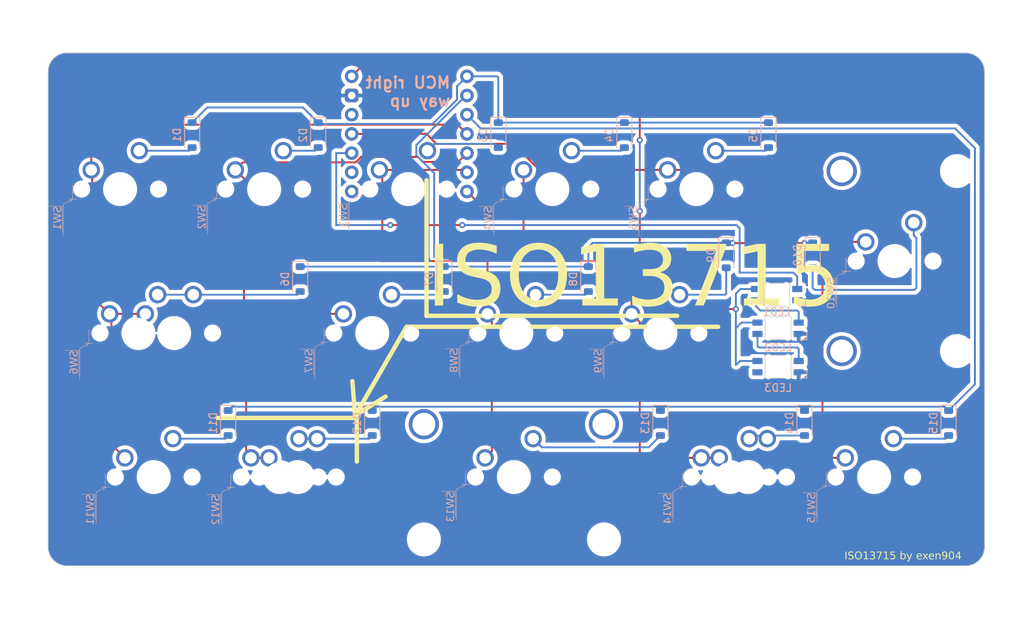
<source format=kicad_pcb>
(kicad_pcb (version 20221018) (generator pcbnew)
  (layers (0 "F.Cu" signal) (31 "B.Cu" signal) (34 "B.Paste" user) (35 "F.Paste" user) (36 "B.SilkS" user "B.Silkscreen") (37 "F.SilkS" user "F.Silkscreen") (38 "B.Mask" user) (39 "F.Mask" user) (44 "Edge.Cuts" user))
  (net 0 "")
  (net 1 "Row0")
  (net 2 "Net-(D1-A)")
  (net 3 "Net-(D2-A)")
  (net 4 "Net-(D3-A)")
  (net 5 "Net-(D4-A)")
  (net 6 "Net-(D5-A)")
  (net 7 "Row1")
  (net 8 "Net-(D6-A)")
  (net 9 "Net-(D7-A)")
  (net 10 "Net-(D8-A)")
  (net 11 "Net-(D9-A)")
  (net 12 "Net-(D10-A)")
  (net 13 "Row2")
  (net 14 "Net-(D11-A)")
  (net 15 "Net-(D12-A)")
  (net 16 "Net-(D13-A)")
  (net 17 "Net-(D14-A)")
  (net 18 "Net-(D15-A)")
  (net 19 "VCC_5V")
  (net 20 "D_Out")
  (net 21 "D_in")
  (net 22 "GND")
  (net 23 "Col0")
  (net 24 "Col1")
  (net 25 "Col2")
  (net 26 "Col3")
  (net 27 "Col4")
  (net 31 "LED2_out")
  (footprint "PCM_marbastlib-mx:SW_MX_1u_3D" (layer "F.Cu") (at 142.5575 109.5375)
    (fp_text reference "SW14" hide)
    (fp_text value "~")
  )
  (footprint "PCM_marbastlib-mx:SW_MX_1u_3D" (layer "F.Cu") (at 164.30625 80.9625)
    (fp_text reference "SW10" hide)
    (fp_text value "~")
  )
  (footprint "PCM_marbastlib-mx:SW_MX_1u" (layer "F.Cu") (at 61.9125 71.4375)
    (fp_text reference "SW1" hide)
    (fp_text value "~")
  )
  (footprint "PCM_marbastlib-mx:SW_MX_1u_3D" (layer "F.Cu") (at 114.3 90.4875)
    (fp_text reference "SW8" hide)
    (fp_text value "~")
  )
  (footprint "PCM_marbastlib-mx:SW_MX_1u_3D" (layer "F.Cu") (at 95.25 90.4875)
    (fp_text reference "SW7" hide)
    (fp_text value "~")
  )
  (footprint "PCM_marbastlib-mx:SW_MX_1u_3D" (layer "F.Cu") (at 113.9825 109.5375)
    (fp_text reference "SW13" hide)
    (fp_text value "~")
  )
  (footprint "PCM_marbastlib-mx:SW_MX_1.25u" (layer "F.Cu") (at 83.02575 109.5375)
    (fp_text reference "SW17" hide)
    (fp_text value "~")
  )
  (footprint "PCM_marbastlib-mx:SW_MX_1u_3D" (layer "F.Cu") (at 133.35 90.4875)
    (fp_text reference "SW9" hide)
    (fp_text value "~")
  )
  (footprint "PCM_marbastlib-mx:SW_MX_1u_3D" (layer "F.Cu") (at 161.6075 109.5375)
    (fp_text reference "SW15" hide)
    (fp_text value "~")
  )
  (footprint "PCM_marbastlib-mx:SW_MX_1.75u_STP_1.25" (layer "F.Cu") (at 64.3385 90.4875)
    (fp_text reference "SW20" hide)
    (fp_text value "~")
  )
  (footprint "PCM_marbastlib-mx:SW_MX_1u_3D" (layer "F.Cu") (at 80.9625 71.4375)
    (fp_text reference "SW2" hide)
    (fp_text value "~")
  )
  (footprint "PCM_marbastlib-mx:SW_MX_1u_3D" (layer "F.Cu") (at 100.0125 71.4375)
    (fp_text reference "SW3" hide)
    (fp_text value "~")
  )
  (footprint "PCM_marbastlib-mx:SW_MX_1u_3D" (layer "F.Cu") (at 66.3575 109.5375)
    (fp_text reference "SW11" hide)
    (fp_text value "~")
  )
  (footprint "PCM_marbastlib-mx:SW_MX_1u_3D" (layer "F.Cu") (at 119.0625 71.4375)
    (fp_text reference "SW4" hide)
    (fp_text value "~")
  )
  (footprint "PCM_marbastlib-mx:SW_MX_1u" (layer "F.Cu") (at 69.05625 90.4875)
    (fp_text reference "SW6" hide)
    (fp_text value "~")
  )
  (footprint "PCM_marbastlib-mx:SW_MX_1u_3D" (layer "F.Cu") (at 138.1125 71.4375)
    (fp_text reference "SW5" hide)
    (fp_text value "~")
  )
  (footprint "PCM_marbastlib-mx:SW_MX_1.25u" (layer "F.Cu") (at 144.93825 109.5375)
    (fp_text reference "SW18" hide)
    (fp_text value "~")
  )
  (footprint "PCM_marbastlib-mx:STAB_MX_P_2u" (layer "F.Cu") (at 113.9825 109.5375)
    (fp_text reference "REF**" hide)
    (fp_text value "STAB_MX_P_2u")
  )
  (footprint "PCM_marbastlib-mx:SW_MX_1u_3D" (layer "F.Cu") (at 85.4075 109.5375)
    (fp_text reference "SW12" hide)
    (fp_text value "~")
  )
  (footprint "PCM_marbastlib-mx:STAB_MX_P_ISO" (layer "F.Cu") (at 164.30625 80.9625)
    (fp_text reference "REF**" hide)
    (fp_text value "STAB_MX_P_ISO")
  )
  (footprint "Diode_SMD:D_SOD-123" (layer "B.Cu") (at 111.91875 64.29375 -90)
    (fp_text reference "D3")
    (fp_text value "1N4148W")
  )
  (footprint "Diode_SMD:D_SOD-123" (layer "B.Cu") (at 128.5875 64.29375 -90)
    (fp_text reference "D4")
    (fp_text value "1N4148W")
  )
  (footprint "Diode_SMD:D_SOD-123" (layer "B.Cu") (at 147.6375 64.29375 -90)
    (fp_text reference "D5")
    (fp_text value "1N4148W")
  )
  (footprint "Diode_SMD:D_SOD-123" (layer "B.Cu") (at 95.25 102.39375 -90)
    (fp_text reference "D12")
    (fp_text value "1N4148W")
  )
  (footprint "PCM_marbastlib-xp-promicroish:Xiao_rp2040_AH_Pogo" (layer "B.Cu") (at 100.155 64.135 180)
    (fp_text reference "U1" hide)
    (fp_text value "Seeeduino Xiao rp2040")
  )
  (footprint "Diode_SMD:D_SOD-123" (layer "B.Cu") (at 133.35 102.39375 -90)
    (fp_text reference "D13")
    (fp_text value "1N4148W")
  )
  (footprint "Diode_SMD:D_SOD-123" (layer "B.Cu") (at 171.45 102.39375 -90)
    (fp_text reference "D15")
    (fp_text value "1N4148W")
  )
  (footprint "Diode_SMD:D_SOD-123" (layer "B.Cu") (at 76.2 102.39375 -90)
    (fp_text reference "D11")
    (fp_text value "1N4148W")
  )
  (footprint "Diode_SMD:D_SOD-123" (layer "B.Cu") (at 153.4795 80.2005 -90)
    (fp_text reference "D10")
    (fp_text value "1N4148W")
  )
  (footprint "PCM_marbastlib-various:LED_6028R" (layer "B.Cu") (at 148.9075 89.8525 180)
    (fp_text reference "LED2")
    (fp_text value "SK6812MINI-E")
    (fp_line (start -1.699999 0.702843) (end -1.699999 -0.702841) (stroke (width 0.1)) (layer "Edge.Cuts"))
    (fp_line (start -0.794452 -1.499999) (end 0.794452 -1.499999) (stroke (width 0.1)) (layer "Edge.Cuts"))
    (fp_line (start 0.794452 1.5) (end -0.794453 1.5) (stroke (width 0.1)) (layer "Edge.Cuts"))
    (fp_line (start 1.699999 -0.702841) (end 1.699999 0.702843) (stroke (width 0.1)) (layer "Edge.Cuts"))
    (fp_arc (start -1.749484 -0.919719) (mid -1.712527 -0.814067) (end -1.699999 -0.702841) (stroke (width 0.1)) (layer "Edge.Cuts"))
    (fp_arc (start -1.749484 -0.919718) (mid -1.638072 -1.504034) (end -1.046711 -1.568298) (stroke (width 0.1)) (layer "Edge.Cuts"))
    (fp_arc (start -1.699999 0.702844) (mid -1.712527 0.814069) (end -1.749484 0.919721) (stroke (width 0.1)) (layer "Edge.Cuts"))
    (fp_arc (start -1.046711 1.568299) (mid -1.638071 1.504036) (end -1.749484 0.919721) (stroke (width 0.1)) (layer "Edge.Cuts"))
    (fp_arc (start -1.046711 1.568299) (mid -0.925123 1.517377) (end -0.794453 1.5) (stroke (width 0.1)) (layer "Edge.Cuts"))
    (fp_arc (start -0.794452 -1.499999) (mid -0.925123 -1.517376) (end -1.046711 -1.568298) (stroke (width 0.1)) (layer "Edge.Cuts"))
    (fp_arc (start 0.794453 1.500001) (mid 0.925123 1.517378) (end 1.046711 1.5683) (stroke (width 0.1)) (layer "Edge.Cuts"))
    (fp_arc (start 1.04671 -1.568298) (mid 0.925122 -1.517376) (end 0.794452 -1.499999) (stroke (width 0.1)) (layer "Edge.Cuts"))
    (fp_arc (start 1.046711 -1.568296) (mid 1.63807 -1.504033) (end 1.749484 -0.919719) (stroke (width 0.1)) (layer "Edge.Cuts"))
    (fp_arc (start 1.699999 -0.702842) (mid 1.712536 -0.814064) (end 1.749484 -0.919719) (stroke (width 0.1)) (layer "Edge.Cuts"))
    (fp_arc (start 1.749484 0.919721) (mid 1.638072 1.504036) (end 1.046711 1.5683) (stroke (width 0.1)) (layer "Edge.Cuts"))
    (fp_arc (start 1.749484 0.919721) (mid 1.712526 0.814069) (end 1.699999 0.702843) (stroke (width 0.1)) (layer "Edge.Cuts"))
  )
  (footprint "Diode_SMD:D_SOD-123" (layer "B.Cu") (at 88.10625 64.29375 -90)
    (fp_text reference "D2")
    (fp_text value "1N4148W")
  )
  (footprint "Diode_SMD:D_SOD-123" (layer "B.Cu") (at 152.4 102.39375 -90)
    (fp_text reference "D14")
    (fp_text value "1N4148W")
  )
  (footprint "Diode_SMD:D_SOD-123" (layer "B.Cu") (at 85.725 83.34375 -90)
    (fp_text reference "D6")
    (fp_text value "1N4148W")
  )
  (footprint "Diode_SMD:D_SOD-123" (layer "B.Cu") (at 142.0495 80.2005 -90)
    (fp_text reference "D9")
    (fp_text value "1N4148W")
  )
  (footprint "Diode_SMD:D_SOD-123" (layer "B.Cu") (at 71.4375 64.29375 -90)
    (fp_text reference "D1")
    (fp_text value "1N4148W")
  )
  (footprint "PCM_marbastlib-various:LED_6028R" (layer "B.Cu") (at 148.9075 94.9325 180)
    (fp_text reference "LED3")
    (fp_text value "SK6812MINI-E")
    (fp_line (start -1.699999 0.702843) (end -1.699999 -0.702841) (stroke (width 0.1)) (layer "Edge.Cuts"))
    (fp_line (start -0.794452 -1.499999) (end 0.794452 -1.499999) (stroke (width 0.1)) (layer "Edge.Cuts"))
    (fp_line (start 0.794452 1.5) (end -0.794453 1.5) (stroke (width 0.1)) (layer "Edge.Cuts"))
    (fp_line (start 1.699999 -0.702841) (end 1.699999 0.702843) (stroke (width 0.1)) (layer "Edge.Cuts"))
    (fp_arc (start -1.749484 -0.919719) (mid -1.712527 -0.814067) (end -1.699999 -0.702841) (stroke (width 0.1)) (layer "Edge.Cuts"))
    (fp_arc (start -1.749484 -0.919718) (mid -1.638072 -1.504034) (end -1.046711 -1.568298) (stroke (width 0.1)) (layer "Edge.Cuts"))
    (fp_arc (start -1.699999 0.702844) (mid -1.712527 0.814069) (end -1.749484 0.919721) (stroke (width 0.1)) (layer "Edge.Cuts"))
    (fp_arc (start -1.046711 1.568299) (mid -1.638071 1.504036) (end -1.749484 0.919721) (stroke (width 0.1)) (layer "Edge.Cuts"))
    (fp_arc (start -1.046711 1.568299) (mid -0.925123 1.517377) (end -0.794453 1.5) (stroke (width 0.1)) (layer "Edge.Cuts"))
    (fp_arc (start -0.794452 -1.499999) (mid -0.925123 -1.517376) (end -1.046711 -1.568298) (stroke (width 0.1)) (layer "Edge.Cuts"))
    (fp_arc (start 0.794453 1.500001) (mid 0.925123 1.517378) (end 1.046711 1.5683) (stroke (width 0.1)) (layer "Edge.Cuts"))
    (fp_arc (start 1.04671 -1.568298) (mid 0.925122 -1.517376) (end 0.794452 -1.499999) (stroke (width 0.1)) (layer "Edge.Cuts"))
    (fp_arc (start 1.046711 -1.568296) (mid 1.63807 -1.504033) (end 1.749484 -0.919719) (stroke (width 0.1)) (layer "Edge.Cuts"))
    (fp_arc (start 1.699999 -0.702842) (mid 1.712536 -0.814064) (end 1.749484 -0.919719) (stroke (width 0.1)) (layer "Edge.Cuts"))
    (fp_arc (start 1.749484 0.919721) (mid 1.638072 1.504036) (end 1.046711 1.5683) (stroke (width 0.1)) (layer "Edge.Cuts"))
    (fp_arc (start 1.749484 0.919721) (mid 1.712526 0.814069) (end 1.699999 0.702843) (stroke (width 0.1)) (layer "Edge.Cuts"))
  )
  (footprint "PCM_marbastlib-various:LED_6028R" (layer "B.Cu") (at 148.717 85.4075 180)
    (fp_text reference "LED1")
    (fp_text value "SK6812MINI-E")
    (fp_line (start -1.699999 0.702843) (end -1.699999 -0.702841) (stroke (width 0.1)) (layer "Edge.Cuts"))
    (fp_line (start -0.794452 -1.499999) (end 0.794452 -1.499999) (stroke (width 0.1)) (layer "Edge.Cuts"))
    (fp_line (start 0.794452 1.5) (end -0.794453 1.5) (stroke (width 0.1)) (layer "Edge.Cuts"))
    (fp_line (start 1.699999 -0.702841) (end 1.699999 0.702843) (stroke (width 0.1)) (layer "Edge.Cuts"))
    (fp_arc (start -1.749484 -0.919719) (mid -1.712527 -0.814067) (end -1.699999 -0.702841) (stroke (width 0.1)) (layer "Edge.Cuts"))
    (fp_arc (start -1.749484 -0.919718) (mid -1.638072 -1.504034) (end -1.046711 -1.568298) (stroke (width 0.1)) (layer "Edge.Cuts"))
    (fp_arc (start -1.699999 0.702844) (mid -1.712527 0.814069) (end -1.749484 0.919721) (stroke (width 0.1)) (layer "Edge.Cuts"))
    (fp_arc (start -1.046711 1.568299) (mid -1.638071 1.504036) (end -1.749484 0.919721) (stroke (width 0.1)) (layer "Edge.Cuts"))
    (fp_arc (start -1.046711 1.568299) (mid -0.925123 1.517377) (end -0.794453 1.5) (stroke (width 0.1)) (layer "Edge.Cuts"))
    (fp_arc (start -0.794452 -1.499999) (mid -0.925123 -1.517376) (end -1.046711 -1.568298) (stroke (width 0.1)) (layer "Edge.Cuts"))
    (fp_arc (start 0.794453 1.500001) (mid 0.925123 1.517378) (end 1.046711 1.5683) (stroke (width 0.1)) (layer "Edge.Cuts"))
    (fp_arc (start 1.04671 -1.568298) (mid 0.925122 -1.517376) (end 0.794452 -1.499999) (stroke (width 0.1)) (layer "Edge.Cuts"))
    (fp_arc (start 1.046711 -1.568296) (mid 1.63807 -1.504033) (end 1.749484 -0.919719) (stroke (width 0.1)) (layer "Edge.Cuts"))
    (fp_arc (start 1.699999 -0.702842) (mid 1.712536 -0.814064) (end 1.749484 -0.919719) (stroke (width 0.1)) (layer "Edge.Cuts"))
    (fp_arc (start 1.749484 0.919721) (mid 1.638072 1.504036) (end 1.046711 1.5683) (stroke (width 0.1)) (layer "Edge.Cuts"))
    (fp_arc (start 1.749484 0.919721) (mid 1.712526 0.814069) (end 1.699999 0.702843) (stroke (width 0.1)) (layer "Edge.Cuts"))
  )
  (footprint "Diode_SMD:D_SOD-123" (layer "B.Cu") (at 123.825 83.34375 -90)
    (fp_text reference "D8")
    (fp_text value "1N4148W")
  )
  (footprint "Diode_SMD:D_SOD-123" (layer "B.Cu") (at 104.775 83.34375 -90)
    (fp_text reference "D7")
    (fp_text value "1N4148W")
  )
  (gr_line (start 73.3425 73.5965) (end 73.3425 76.909936) (stroke (width 0.058249)) (layer "B.SilkS"))
  (gr_line (start 155.255514 110.659151) (end 155.0035 111.0615) (stroke (width 0.058249)) (layer "B.SilkS"))
  (gr_line (start 131.716887 72.802678) (end 132.294284 72.802678) (stroke (width 0.058249)) (layer "B.SilkS"))
  (gr_line (start 73.401284 111.857314) (end 75.195076 111.857314) (stroke (width 0.058249)) (layer "B.SilkS"))
  (gr_line (start 153.935076 111.603314) (end 153.935076 114.91675) (stroke (width 0.058249)) (layer "B.SilkS"))
  (gr_line (start 93.421956 72.434666) (end 93.999353 72.434666) (stroke (width 0.058249)) (layer "B.SilkS"))
  (gr_line (start 73.487996 77.45138) (end 73.487996 73.332531) (stroke (width 0.058249)) (layer "B.SilkS"))
  (gr_line (start 127.093456 91.706666) (end 127.670853 91.706666) (stroke (width 0.058249)) (layer "B.SilkS"))
  (gr_line (start 155.286463 108.840999) (end 155.286463 110.682492) (stroke (width 0.058249)) (layer "B.SilkS"))
  (gr_line (start 108.042463 89.790999) (end 108.042463 91.632492) (stroke (width 0.058249)) (layer "B.SilkS"))
  (gr_line (start 54.4195 73.442075) (end 55.608555 72.755574) (stroke (width 0.058249)) (layer "B.SilkS"))
  (gr_line (start 108.042463 91.632492) (end 108.61986 91.632492) (stroke (width 0.058249)) (layer "B.SilkS"))
  (gr_line (start 106.836572 92.289345) (end 108.025627 91.602844) (stroke (width 0.058249)) (layer "B.SilkS"))
  (gr_line (start 111.333996 77.57838) (end 111.333996 73.459531) (stroke (width 0.058249)) (layer "B.SilkS"))
  (gr_line (start 154.800236 110.623119) (end 155.255514 110.659151) (stroke (width 0.058249)) (layer "B.SilkS"))
  (gr_line (start 135.784164 110.726274) (end 136.239442 110.762306) (stroke (width 0.058249)) (layer "B.SilkS"))
  (gr_line (start 156.672996 87.097662) (end 156.672996 82.978813) (stroke (width 0.058249)) (layer "B.SilkS"))
  (gr_line (start 152.141284 111.603314) (end 153.935076 111.603314) (stroke (width 0.058249)) (layer "B.SilkS"))
  (gr_line (start 92.935729 72.375293) (end 93.391007 72.411325) (stroke (width 0.058249)) (layer "B.SilkS"))
  (gr_line (start 112.05366 72.743305) (end 112.508938 72.779337) (stroke (width 0.058249)) (layer "B.SilkS"))
  (gr_line (start 127.062507 91.683325) (end 126.810493 92.085674) (stroke (width 0.058249)) (layer "B.SilkS"))
  (gr_line (start 75.340572 111.593345) (end 76.529627 110.906844) (stroke (width 0.058249)) (layer "B.SilkS"))
  (gr_line (start 71.548708 73.5965) (end 73.3425 73.5965) (stroke (width 0.058249)) (layer "B.SilkS"))
  (gr_line (start 106.380996 111.172813) (end 107.570051 110.486312) (stroke (width 0.058249)) (layer "B.SilkS"))
  (gr_line (start 57.784391 90.021154) (end 57.784391 91.862647) (stroke (width 0.058249)) (layer "B.SilkS"))
  (gr_line (start 157.847938 82.298619) (end 157.595924 82.700968) (stroke (width 0.058249)) (layer "B.SilkS"))
  (gr_line (start 156.5275 83.242782) (end 156.5275 86.556218) (stroke (width 0.058249)) (layer "B.SilkS"))
  (gr_line (start 58.755996 115.67838) (end 58.755996 111.559531) (stroke (width 0.058249)) (layer "B.SilkS"))
  (gr_line (start 135.0645 111.4425) (end 136.253555 110.755999) (stroke (width 0.058249)) (layer "B.SilkS"))
  (gr_line (start 54.4195 77.560924) (end 54.4195 73.442075) (stroke (width 0.058249)) (layer "B.SilkS"))
  (gr_line (start 154.080572 111.339345) (end 155.269627 110.652844) (stroke (width 0.058249)) (layer "B.SilkS"))
  (gr_line (start 156.672996 82.978813) (end 157.862051 82.292312) (stroke (width 0.058249)) (layer "B.SilkS"))
  (gr_line (start 75.340572 115.712194) (end 75.340572 111.593345) (stroke (width 0.058249)) (layer "B.SilkS"))
  (gr_line (start 130.510996 73.459531) (end 131.700051 72.77303) (stroke (width 0.058249)) (layer "B.SilkS"))
  (gr_line (start 76.060236 110.877119) (end 76.515514 110.913151) (stroke (width 0.058249)) (layer "B.SilkS"))
  (gr_line (start 92.070569 73.355488) (end 92.070569 76.668924) (stroke (width 0.058249)) (layer "B.SilkS"))
  (gr_line (start 59.47566 110.843305) (end 59.930938 110.879337) (stroke (width 0.058249)) (layer "B.SilkS"))
  (gr_line (start 55.625391 70.943729) (end 55.625391 72.785222) (stroke (width 0.058249)) (layer "B.SilkS"))
  (gr_line (start 107.555938 110.492619) (end 107.303924 110.894968) (stroke (width 0.058249)) (layer "B.SilkS"))
  (gr_line (start 131.23066 72.743305) (end 131.685938 72.779337) (stroke (width 0.058249)) (layer "B.SilkS"))
  (gr_line (start 107.556236 91.573119) (end 108.011514 91.609151) (stroke (width 0.058249)) (layer "B.SilkS"))
  (gr_line (start 157.878887 82.32196) (end 158.456284 82.32196) (stroke (width 0.058249)) (layer "B.SilkS"))
  (gr_line (start 88.835507 91.683325) (end 88.583493 92.085674) (stroke (width 0.058249)) (layer "B.SilkS"))
  (gr_line (start 88.866456 89.865173) (end 88.866456 91.706666) (stroke (width 0.058249)) (layer "B.SilkS"))
  (gr_line (start 55.594442 72.761881) (end 55.342428 73.16423) (stroke (width 0.058249)) (layer "B.SilkS"))
  (gr_line (start 93.391007 72.411325) (end 93.138993 72.813674) (stroke (width 0.058249)) (layer "B.SilkS"))
  (gr_line (start 73.487996 73.332531) (end 74.677051 72.64603) (stroke (width 0.058249)) (layer "B.SilkS"))
  (gr_line (start 88.866456 91.706666) (end 89.443853 91.706666) (stroke (width 0.058249)) (layer "B.SilkS"))
  (gr_line (start 104.897284 92.553314) (end 106.691076 92.553314) (stroke (width 0.058249)) (layer "B.SilkS"))
  (gr_line (start 107.586887 110.51596) (end 108.164284 110.51596) (stroke (width 0.058249)) (layer "B.SilkS"))
  (gr_line (start 93.421956 70.593173) (end 93.421956 72.434666) (stroke (width 0.058249)) (layer "B.SilkS"))
  (gr_line (start 87.515069 92.627488) (end 87.515069 95.940924) (stroke (width 0.058249)) (layer "B.SilkS"))
  (gr_line (start 136.270391 110.785647) (end 136.847788 110.785647) (stroke (width 0.058249)) (layer "B.SilkS"))
  (gr_line (start 155.286463 110.682492) (end 155.86386 110.682492) (stroke (width 0.058249)) (layer "B.SilkS"))
  (gr_line (start 55.625391 72.785222) (end 56.202788 72.785222) (stroke (width 0.058249)) (layer "B.SilkS"))
  (gr_line (start 75.195076 111.857314) (end 75.195076 115.17075) (stroke (width 0.058249)) (layer "B.SilkS"))
  (gr_line (start 106.836572 96.408194) (end 106.836572 92.289345) (stroke (width 0.058249)) (layer "B.SilkS"))
  (gr_line (start 154.733708 83.242782) (end 156.5275 83.242782) (stroke (width 0.058249)) (layer "B.SilkS"))
  (gr_line (start 123.948277 92.627488) (end 125.742069 92.627488) (stroke (width 0.058249)) (layer "B.SilkS"))
  (gr_line (start 106.380996 115.291662) (end 106.380996 111.172813) (stroke (width 0.058249)) (layer "B.SilkS"))
  (gr_line (start 74.20766 72.616305) (end 74.662938 72.652337) (stroke (width 0.058249)) (layer "B.SilkS"))
  (gr_line (start 130.510996 77.57838) (end 130.510996 73.459531) (stroke (width 0.058249)) (layer "B.SilkS"))
  (gr_line (start 54.274004 73.706044) (end 54.274004 77.01948) (stroke (width 0.058249)) (layer "B.SilkS"))
  (gr_line (start 58.6105 111.8235) (end 58.6105 115.136936) (stroke (width 0.058249)) (layer "B.SilkS"))
  (gr_line (start 125.742069 92.627488) (end 125.742069 95.940924) (stroke (width 0.058249)) (layer "B.SilkS"))
  (gr_line (start 88.380229 91.647293) (end 88.835507 91.683325) (stroke (width 0.058249)) (layer "B.SilkS"))
  (gr_line (start 92.216065 77.210368) (end 92.216065 73.091519) (stroke (width 0.058249)) (layer "B.SilkS"))
  (gr_line (start 134.919004 111.706469) (end 134.919004 115.019905) (stroke (width 0.058249)) (layer "B.SilkS"))
  (gr_line (start 111.1885 73.7235) (end 111.1885 77.036936) (stroke (width 0.058249)) (layer "B.SilkS"))
  (gr_line (start 54.639212 92.783469) (end 56.433004 92.783469) (stroke (width 0.058249)) (layer "B.SilkS"))
  (gr_line (start 125.887565 96.482368) (end 125.887565 92.363519) (stroke (width 0.058249)) (layer "B.SilkS"))
  (gr_line (start 157.39266 82.262587) (end 157.847938 82.298619) (stroke (width 0.058249)) (layer "B.SilkS"))
  (gr_line (start 106.691076 92.553314) (end 106.691076 95.86675) (stroke (width 0.058249)) (layer "B.SilkS"))
  (gr_line (start 76.546463 110.936492) (end 77.12386 110.936492) (stroke (width 0.058249)) (layer "B.SilkS"))
  (gr_line (start 136.239442 110.762306) (end 135.987428 111.164655) (stroke (width 0.058249)) (layer "B.SilkS"))
  (gr_line (start 106.2355 111.436782) (end 106.2355 114.750218) (stroke (width 0.058249)) (layer "B.SilkS"))
  (gr_line (start 76.515514 110.913151) (end 76.2635 111.3155) (stroke (width 0.058249)) (layer "B.SilkS"))
  (gr_line (start 112.539887 70.961185) (end 112.539887 72.802678) (stroke (width 0.058249)) (layer "B.SilkS"))
  (gr_line (start 109.394708 73.7235) (end 111.1885 73.7235) (stroke (width 0.058249)) (layer "B.SilkS"))
  (gr_line (start 107.10066 110.456587) (end 107.555938 110.492619) (stroke (width 0.058249)) (layer "B.SilkS"))
  (gr_line (start 111.333996 73.459531) (end 112.523051 72.77303) (stroke (width 0.058249)) (layer "B.SilkS"))
  (gr_line (start 74.693887 72.675678) (end 75.271284 72.675678) (stroke (width 0.058249)) (layer "B.SilkS"))
  (gr_line (start 108.011514 91.609151) (end 107.7595 92.0115) (stroke (width 0.058249)) (layer "B.SilkS"))
  (gr_line (start 136.270391 108.944154) (end 136.270391 110.785647) (stroke (width 0.058249)) (layer "B.SilkS"))
  (gr_line (start 74.693887 70.834185) (end 74.693887 72.675678) (stroke (width 0.058249)) (layer "B.SilkS"))
  (gr_line (start 52.480212 73.706044) (end 54.274004 73.706044) (stroke (width 0.058249)) (layer "B.SilkS"))
  (gr_line (start 59.961887 110.902678) (end 60.539284 110.902678) (stroke (width 0.058249)) (layer "B.SilkS"))
  (gr_line (start 135.0645 115.561349) (end 135.0645 111.4425) (stroke (width 0.058249)) (layer "B.SilkS"))
  (gr_line (start 92.216065 73.091519) (end 93.40512 72.405018) (stroke (width 0.058249)) (layer "B.SilkS"))
  (gr_line (start 126.607229 91.647293) (end 127.062507 91.683325) (stroke (width 0.058249)) (layer "B.SilkS"))
  (gr_line (start 112.508938 72.779337) (end 112.256924 73.181686) (stroke (width 0.058249)) (layer "B.SilkS"))
  (gr_line (start 56.5785 92.5195) (end 57.767555 91.832999) (stroke (width 0.058249)) (layer "B.SilkS"))
  (gr_line (start 107.586887 108.674467) (end 107.586887 110.51596) (stroke (width 0.058249)) (layer "B.SilkS"))
  (gr_line (start 57.784391 91.862647) (end 58.361788 91.862647) (stroke (width 0.058249)) (layer "B.SilkS"))
  (gr_line (start 154.080572 115.458194) (end 154.080572 111.339345) (stroke (width 0.058249)) (layer "B.SilkS"))
  (gr_line (start 59.961887 109.061185) (end 59.961887 110.902678) (stroke (width 0.058249)) (layer "B.SilkS"))
  (gr_line (start 128.571708 73.7235) (end 130.3655 73.7235) (stroke (width 0.058249)) (layer "B.SilkS"))
  (gr_line (start 57.298164 91.803274) (end 57.753442 91.839306) (stroke (width 0.058249)) (layer "B.SilkS"))
  (gr_line (start 130.3655 73.7235) (end 130.3655 77.036936) (stroke (width 0.058249)) (layer "B.SilkS"))
  (gr_line (start 56.816708 111.8235) (end 58.6105 111.8235) (stroke (width 0.058249)) (layer "B.SilkS"))
  (gr_line (start 90.276777 73.355488) (end 92.070569 73.355488) (stroke (width 0.058249)) (layer "B.SilkS"))
  (gr_line (start 56.5785 96.638349) (end 56.5785 92.5195) (stroke (width 0.058249)) (layer "B.SilkS"))
  (gr_line (start 125.887565 92.363519) (end 127.07662 91.677018) (stroke (width 0.058249)) (layer "B.SilkS"))
  (gr_line (start 157.878887 80.480467) (end 157.878887 82.32196) (stroke (width 0.058249)) (layer "B.SilkS"))
  (gr_line (start 131.716887 70.961185) (end 131.716887 72.802678) (stroke (width 0.058249)) (layer "B.SilkS"))
  (gr_line (start 131.685938 72.779337) (end 131.433924 73.181686) (stroke (width 0.058249)) (layer "B.SilkS"))
  (gr_line (start 133.125212 111.706469) (end 134.919004 111.706469) (stroke (width 0.058249)) (layer "B.SilkS"))
  (gr_line (start 76.546463 109.094999) (end 76.546463 110.936492) (stroke (width 0.058249)) (layer "B.SilkS"))
  (gr_line (start 57.753442 91.839306) (end 57.501428 92.241655) (stroke (width 0.058249)) (layer "B.SilkS"))
  (gr_line (start 55.139164 72.725849) (end 55.594442 72.761881) (stroke (width 0.058249)) (layer "B.SilkS"))
  (gr_line (start 85.721277 92.627488) (end 87.515069 92.627488) (stroke (width 0.058249)) (layer "B.SilkS"))
  (gr_line (start 87.660565 96.482368) (end 87.660565 92.363519) (stroke (width 0.058249)) (layer "B.SilkS"))
  (gr_line (start 74.662938 72.652337) (end 74.410924 73.054686) (stroke (width 0.058249)) (layer "B.SilkS"))
  (gr_line (start 104.441708 111.436782) (end 106.2355 111.436782) (stroke (width 0.058249)) (layer "B.SilkS"))
  (gr_line (start 127.093456 89.865173) (end 127.093456 91.706666) (stroke (width 0.058249)) (layer "B.SilkS"))
  (gr_line (start 58.755996 111.559531) (end 59.945051 110.87303) (stroke (width 0.058249)) (layer "B.SilkS"))
  (gr_line (start 87.660565 92.363519) (end 88.84962 91.677018) (stroke (width 0.058249)) (layer "B.SilkS"))
  (gr_line (start 59.930938 110.879337) (end 59.678924 111.281686) (stroke (width 0.058249)) (layer "B.SilkS"))
  (gr_line (start 112.539887 72.802678) (end 113.117284 72.802678) (stroke (width 0.058249)) (layer "B.SilkS"))
  (gr_line (start 56.433004 92.783469) (end 56.433004 96.096905) (stroke (width 0.058249)) (layer "B.SilkS"))
  (gr_line (start 135.559858 88.2015) (end 102.4255 88.2015) (stroke (width 0.582499)) (layer "F.SilkS"))
  (gr_line (start 93.217283 107.489338) (end 93.217283 101.71537) (stroke (width 0.582499)) (layer "F.SilkS"))
  (gr_line (start 93.217283 101.71537) (end 74.802352 101.71537) (stroke (width 0.582499)) (layer "F.SilkS"))
  (gr_line (start 92.920801 101.547012) (end 99.78581 89.656464) (stroke (width 0.582499)) (layer "F.SilkS"))
  (gr_line (start 102.4255 88.2015) (end 102.4255 70.26358) (stroke (width 0.582499)) (layer "F.SilkS"))
  (gr_line (start 99.78581 89.656464) (end 140.974302 89.656464) (stroke (width 0.582499)) (layer "F.SilkS"))
  (gr_line (start 97.00736 98.885738) (end 92.983869 101.40588) (stroke (width 0.582499)) (layer "F.SilkS"))
  (gr_line (start 92.983869 101.40588) (end 92.623556 96.853104) (stroke (width 0.582499)) (layer "F.SilkS"))
  (gr_arc (start 54.8875 121.285) (mid 53.119733 120.552767) (end 52.3875 118.785) (stroke (width 0.1)) (layer "Edge.Cuts"))
  (gr_line (start 52.3875 118.785) (end 52.3875 55.9035) (stroke (width 0.1)) (layer "Edge.Cuts"))
  (gr_arc (start 176.2125 118.785) (mid 175.480267 120.552767) (end 173.7125 121.285) (stroke (width 0.1)) (layer "Edge.Cuts"))
  (gr_line (start 54.8875 53.4035) (end 173.7125 53.4035) (stroke (width 0.1)) (layer "Edge.Cuts"))
  (gr_arc (start 52.3875 55.9035) (mid 53.119733 54.135733) (end 54.8875 53.4035) (stroke (width 0.1)) (layer "Edge.Cuts"))
  (gr_line (start 176.2125 55.9035) (end 176.2125 118.785) (stroke (width 0.1)) (layer "Edge.Cuts"))
  (gr_arc (start 173.7125 53.4035) (mid 175.480267 54.135733) (end 176.2125 55.9035) (stroke (width 0.1)) (layer "Edge.Cuts"))
  (gr_line (start 173.7125 121.285) (end 54.8875 121.285) (stroke (width 0.1)) (layer "Edge.Cuts"))
  (gr_text "SW12" (at 75.195076 111.857314 90) (layer "B.SilkS") (effects (font (size 1 1)) (justify left bottom mirror)))
  (gr_text "SW9\n" (at 125.742069 92.627488 90) (layer "B.SilkS") (effects (font (size 1 1)) (justify left bottom mirror)))
  (gr_text "SW15" (at 153.935076 111.603314 90) (layer "B.SilkS") (effects (font (size 1 1)) (justify left bottom mirror)))
  (gr_text "SW3" (at 92.070569 73.355488 90) (layer "B.SilkS") (effects (font (size 1 1)) (justify left bottom mirror)))
  (gr_text "SW10" (at 156.5275 83.242782 90) (layer "B.SilkS") (effects (font (size 1 1)) (justify left bottom mirror)))
  (gr_text "SW7" (at 87.515069 92.627488 90) (layer "B.SilkS") (effects (font (size 1 1)) (justify left bottom mirror)))
  (gr_text "SW8" (at 106.691076 92.553314 90) (layer "B.SilkS") (effects (font (size 1 1)) (justify left bottom mirror)))
  (gr_text "SW14" (at 134.919004 111.706469 90) (layer "B.SilkS") (effects (font (size 1 1)) (justify left bottom mirror)))
  (gr_text "SW4" (at 111.1885 73.7235 90) (layer "B.SilkS") (effects (font (size 1 1)) (justify left bottom mirror)))
  (gr_text "SW1" (at 54.274004 73.706044 90) (layer "B.SilkS") (effects (font (size 1 1)) (justify left bottom mirror)))
  (gr_text "SW13" (at 106.2355 111.436782 90) (layer "B.SilkS") (effects (font (size 1 1)) (justify left bottom mirror)))
  (gr_text "SW2" (at 73.3425 73.5965 90) (layer "B.SilkS") (effects (font (size 1 1)) (justify left bottom mirror)))
  (gr_text "SW11" (at 58.6105 111.8235 90) (layer "B.SilkS") (effects (font (size 1 1)) (justify left bottom mirror)))
  (gr_text "SW6" (at 56.433004 92.783469 90) (layer "B.SilkS") (effects (font (size 1 1)) (justify left bottom mirror)))
  (gr_text "SW5" (at 130.3655 73.7235 90) (layer "B.SilkS") (effects (font (size 1 1)) (justify left bottom mirror)))
  (gr_text "MCU right\nway up" (at 105.7275 60.6425) (layer "B.SilkS") (effects (font (size 1.5 1.5) (thickness 0.3) bold) (justify left bottom mirror)))
  (gr_text "ISO13715 by exen904" (at 157.6705 120.5865) (layer "F.SilkS") (effects (font (size 1 1)) (justify left bottom)))
  (gr_text "ISO13715" (at 102.4255 88.2015) (layer "F.SilkS") (effects (font (size 8 8)) (justify left bottom)))
  (segment (start 111.91875 62.64375) (end 111.91875 56.67375) (width 0.25) (layer "B.Cu") (net 1))
  (segment (start 106.457052 59.594052) (end 106.457052 57.832948) (width 0.25) (layer "B.Cu") (net 1))
  (segment (start 88.2825 62.82) (end 103.231104 62.82) (width 0.25) (layer "B.Cu") (net 1))
  (segment (start 111.76 56.515) (end 107.775 56.515) (width 0.25) (layer "B.Cu") (net 1))
  (segment (start 103.231104 62.82) (end 106.457052 59.594052) (width 0.25) (layer "B.Cu") (net 1))
  (segment (start 106.457052 57.832948) (end 107.775 56.515) (width 0.25) (layer "B.Cu") (net 1))
  (segment (start 111.91875 56.67375) (end 111.76 56.515) (width 0.25) (layer "B.Cu") (net 1))
  (segment (start 73.43875 60.6425) (end 86.105 60.6425) (width 0.25) (layer "B.Cu") (net 1))
  (segment (start 86.105 60.6425) (end 88.10625 62.64375) (width 0.25) (layer "B.Cu") (net 1))
  (segment (start 111.91875 62.64375) (end 147.6375 62.64375) (width 0.25) (layer "B.Cu") (net 1))
  (segment (start 71.4375 62.64375) (end 73.43875 60.6425) (width 0.25) (layer "B.Cu") (net 1))
  (segment (start 88.10625 62.64375) (end 88.2825 62.82) (width 0.25) (layer "B.Cu") (net 1))
  (segment (start 64.4525 66.3575) (end 71.02375 66.3575) (width 0.25) (layer "B.Cu") (net 2))
  (segment (start 71.02375 66.3575) (end 71.4375 65.94375) (width 0.25) (layer "B.Cu") (net 2))
  (segment (start 83.5025 66.3575) (end 87.6925 66.3575) (width 0.25) (layer "B.Cu") (net 3))
  (segment (start 87.6925 66.3575) (end 88.10625 65.94375) (width 0.25) (layer "B.Cu") (net 3))
  (segment (start 103.46 65.45) (end 111.425 65.45) (width 0.25) (layer "B.Cu") (net 4))
  (segment (start 102.5525 66.3575) (end 103.46 65.45) (width 0.25) (layer "B.Cu") (net 4))
  (segment (start 111.425 65.45) (end 111.91875 65.94375) (width 0.25) (layer "B.Cu") (net 4))
  (segment (start 121.6025 66.3575) (end 128.17375 66.3575) (width 0.25) (layer "B.Cu") (net 5))
  (segment (start 128.17375 66.3575) (end 128.5875 65.94375) (width 0.25) (layer "B.Cu") (net 5))
  (segment (start 140.6525 66.3575) (end 147.22375 66.3575) (width 0.25) (layer "B.Cu") (net 6))
  (segment (start 147.22375 66.3575) (end 147.6375 65.94375) (width 0.25) (layer "B.Cu") (net 6))
  (segment (start 152.4 78.58125) (end 142.875 78.58125) (width 0.25) (layer "F.Cu") (net 7))
  (via (at 152.4 78.58125) (size 0.8) (drill 0.4) (layers "F.Cu" "B.Cu") (net 7))
  (via (at 142.875 78.58125) (size 0.8) (drill 0.4) (layers "F.Cu" "B.Cu") (net 7))
  (segment (start 103.4415 80.36025) (end 103.4415 69.332466) (width 0.25) (layer "B.Cu") (net 7))
  (segment (start 123.825 79.248) (end 123.825 81.69375) (width 0.25) (layer "B.Cu") (net 7))
  (segment (start 107.6325 59.055) (end 107.775 59.055) (width 0.25) (layer "B.Cu") (net 7))
  (segment (start 123.7615 79.1845) (end 123.825 79.248) (width 0.25) (layer "B.Cu") (net 7))
  (segment (start 152.4 78.58125) (end 153.44875 78.58125) (width 0.25) (layer "B.Cu") (net 7))
  (segment (start 101.0775 66.968466) (end 101.0775 65.61) (width 0.25) (layer "B.Cu") (net 7))
  (segment (start 101.0775 65.61) (end 107.6325 59.055) (width 0.25) (layer "B.Cu") (net 7))
  (segment (start 85.725 81.69375) (end 104.775 81.69375) (width 0.25) (layer "B.Cu") (net 7))
  (segment (start 123.825 81.69375) (end 104.775 81.69375) (width 0.25) (layer "B.Cu") (net 7))
  (segment (start 142.0495 78.5505) (end 124.3955 78.5505) (width 0.25) (layer "B.Cu") (net 7))
  (segment (start 124.3955 78.5505) (end 123.7615 79.1845) (width 0.25) (layer "B.Cu") (net 7))
  (segment (start 103.4415 69.332466) (end 101.0775 66.968466) (width 0.25) (layer "B.Cu") (net 7))
  (segment (start 153.44875 78.58125) (end 153.4795 78.5505) (width 0.25) (layer "B.Cu") (net 7))
  (segment (start 104.775 81.69375) (end 103.4415 80.36025) (width 0.25) (layer "B.Cu") (net 7))
  (segment (start 71.59625 85.4075) (end 66.83375 85.4075) (width 0.25) (layer "B.Cu") (net 8))
  (segment (start 71.59625 85.4075) (end 85.31125 85.4075) (width 0.25) (layer "B.Cu") (net 8))
  (segment (start 85.31125 85.4075) (end 85.725 84.99375) (width 0.25) (layer "B.Cu") (net 8))
  (segment (start 97.79 85.4075) (end 104.36125 85.4075) (width 0.25) (layer "B.Cu") (net 9))
  (segment (start 104.36125 85.4075) (end 104.775 84.99375) (width 0.25) (layer "B.Cu") (net 9))
  (segment (start 116.84 85.4075) (end 123.41125 85.4075) (width 0.25) (layer "B.Cu") (net 10))
  (segment (start 123.41125 85.4075) (end 123.825 84.99375) (width 0.25) (layer "B.Cu") (net 10))
  (segment (start 141.9225 85.4075) (end 135.89 85.4075) (width 0.25) (layer "B.Cu") (net 11))
  (segment (start 142.0495 81.8505) (end 142.0495 85.2805) (width 0.25) (layer "B.Cu") (net 11))
  (segment (start 142.0495 85.2805) (end 141.9225 85.4075) (width 0.25) (layer "B.Cu") (net 11))
  (segment (start 166.84625 77.56525) (end 166.84625 75.8825) (width 0.25) (layer "B.Cu") (net 12))
  (segment (start 167.1955 84.5185) (end 167.1955 77.9145) (width 0.25) (layer "B.Cu") (net 12))
  (segment (start 153.7335 84.7725) (end 166.9415 84.7725) (width 0.25) (layer "B.Cu") (net 12))
  (segment (start 166.9415 84.7725) (end 167.1955 84.5185) (width 0.25) (layer "B.Cu") (net 12))
  (segment (start 153.4795 84.5185) (end 153.7335 84.7725) (width 0.25) (layer "B.Cu") (net 12))
  (segment (start 167.1955 77.9145) (end 166.84625 77.56525) (width 0.25) (layer "B.Cu") (net 12))
  (segment (start 153.4795 81.8505) (end 153.4795 84.5185) (width 0.25) (layer "B.Cu") (net 12))
  (segment (start 152.4 100.74375) (end 151.88375 100.2275) (width 0.25) (layer "B.Cu") (net 13))
  (segment (start 109.59875 63.41875) (end 107.775 61.595) (width 0.25) (layer "B.Cu") (net 13))
  (segment (start 174.93015 66.0239) (end 174.93015 97.2636) (width 0.25) (layer "B.Cu") (net 13))
  (segment (start 171.45 100.74375) (end 174.93015 97.2636) (width 0.25) (layer "B.Cu") (net 13))
  (segment (start 172.325 63.41875) (end 174.93015 66.0239) (width 0.25) (layer "B.Cu") (net 13))
  (segment (start 76.71625 100.2275) (end 170.93375 100.2275) (width 0.25) (layer "B.Cu") (net 13))
  (segment (start 170.93375 100.2275) (end 171.45 100.74375) (width 0.25) (layer "B.Cu") (net 13))
  (segment (start 95.25 100.74375) (end 95.25 100.2275) (width 0.25) (layer "B.Cu") (net 13))
  (segment (start 76.2 100.74375) (end 76.71625 100.2275) (width 0.25) (layer "B.Cu") (net 13))
  (segment (start 133.35 100.74375) (end 133.35 100.2275) (width 0.25) (layer "B.Cu") (net 13))
  (segment (start 172.325 63.41875) (end 109.59875 63.41875) (width 0.25) (layer "B.Cu") (net 13))
  (segment (start 68.8975 104.4575) (end 75.78625 104.4575) (width 0.25) (layer "B.Cu") (net 14))
  (segment (start 75.78625 104.4575) (end 76.2 104.04375) (width 0.25) (layer "B.Cu") (net 14))
  (segment (start 87.9475 104.4575) (end 85.88375 104.4575) (width 0.25) (layer "B.Cu") (net 15))
  (segment (start 85.88375 104.4575) (end 94.83625 104.4575) (width 0.25) (layer "B.Cu") (net 15))
  (segment (start 87.9475 104.4575) (end 94.83625 104.4575) (width 0.25) (layer "B.Cu") (net 15))
  (segment (start 94.83625 104.4575) (end 95.25 104.04375) (width 0.25) (layer "B.Cu") (net 15))
  (segment (start 116.5225 104.4575) (end 117.6725 105.6075) (width 0.25) (layer "B.Cu") (net 16))
  (segment (start 131.78625 105.6075) (end 133.35 104.04375) (width 0.25) (layer "B.Cu") (net 16))
  (segment (start 117.6725 105.6075) (end 131.78625 105.6075) (width 0.25) (layer "B.Cu") (net 16))
  (segment (start 145.51125 104.04375) (end 145.0975 104.4575) (width 0.25) (layer "B.Cu") (net 17))
  (segment (start 152.4 104.04375) (end 145.51125 104.04375) (width 0.25) (layer "B.Cu") (net 17))
  (segment (start 171.03625 104.4575) (end 171.45 104.04375) (width 0.25) (layer "B.Cu") (net 18))
  (segment (start 164.1475 104.4575) (end 171.03625 104.4575) (width 0.25) (layer "B.Cu") (net 18))
  (segment (start 94.5035 54.5465) (end 92.535 56.515) (width 0.25) (layer "F.Cu") (net 19))
  (segment (start 132.3975 87.3125) (end 130.6195 85.5345) (width 0.25) (layer "F.Cu") (net 19))
  (segment (start 129.0955 54.5465) (end 94.5035 54.5465) (width 0.25) (layer "F.Cu") (net 19))
  (segment (start 130.6195 56.0705) (end 129.0955 54.5465) (width 0.25) (layer "F.Cu") (net 19))
  (segment (start 143.3195 87.3125) (end 132.3975 87.3125) (width 0.25) (layer "F.Cu") (net 19))
  (segment (start 130.6195 64.9605) (end 130.6195 56.0705) (width 0.25) (layer "F.Cu") (net 19))
  (segment (start 130.6195 85.5345) (end 130.6195 74.3585) (width 0.25) (layer "F.Cu") (net 19))
  (via (at 130.6195 64.9605) (size 0.8) (drill 0.4) (layers "F.Cu" "B.Cu") (net 19))
  (via (at 143.3195 87.3125) (size 0.8) (drill 0.4) (layers "F.Cu" "B.Cu") (net 19))
  (via (at 130.6195 74.3585) (size 0.8) (drill 0.4) (layers "F.Cu" "B.Cu") (net 19))
  (segment (start 143.3315 88.3405) (end 143.3195 88.3525) (width 0.25) (layer "B.Cu") (net 19))
  (segment (start 143.3195 88.3285) (end 143.3315 88.3405) (width 0.25) (layer "B.Cu") (net 19))
  (segment (start 143.8635 94.1825) (end 143.3435 94.7025) (width 0.25) (layer "B.Cu") (net 19))
  (segment (start 143.3195 88.3525) (end 143.3195 89.8525) (width 0.25) (layer "B.Cu") (net 19))
  (segment (start 143.3195 85.2805) (end 143.3195 87.3125) (width 0.25) (layer "B.Cu") (net 19))
  (segment (start 130.6195 74.3585) (end 130.6195 64.9605) (width 0.25) (layer "B.Cu") (net 19))
  (segment (start 143.3195 87.3125) (end 143.3195 88.3285) (width 0.25) (layer "B.Cu") (net 19))
  (segment (start 143.9425 84.6575) (end 143.3195 85.2805) (width 0.25) (layer "B.Cu") (net 19))
  (segment (start 143.3195 94.6785) (end 143.3195 89.8525) (width 0.25) (layer "B.Cu") (net 19))
  (segment (start 144.0695 89.1025) (end 143.3195 89.8525) (width 0.25) (layer "B.Cu") (net 19))
  (segment (start 146.1825 94.1825) (end 143.8635 94.1825) (width 0.25) (layer "B.Cu") (net 19))
  (segment (start 143.3435 94.7025) (end 143.3195 94.6785) (width 0.25) (layer "B.Cu") (net 19))
  (segment (start 145.992 84.6575) (end 143.9425 84.6575) (width 0.25) (layer "B.Cu") (net 19))
  (segment (start 146.1825 89.1025) (end 144.0695 89.1025) (width 0.25) (layer "B.Cu") (net 19))
  (segment (start 146.5635 87.5085) (end 145.992 86.937) (width 0.25) (layer "B.Cu") (net 20))
  (segment (start 151.4475 87.5085) (end 146.5635 87.5085) (width 0.25) (layer "B.Cu") (net 20))
  (segment (start 151.6325 87.6935) (end 151.4475 87.5085) (width 0.25) (layer "B.Cu") (net 20))
  (segment (start 145.992 86.937) (end 145.992 86.1575) (width 0.25) (layer "B.Cu") (net 20))
  (segment (start 151.6325 89.1025) (end 151.6325 87.6935) (width 0.25) (layer "B.Cu") (net 20))
  (segment (start 97.63125 76.2) (end 107.15625 76.2) (width 0.25) (layer "F.Cu") (net 21))
  (via (at 107.15625 76.2) (size 0.8) (drill 0.4) (layers "F.Cu" "B.Cu") (net 21))
  (via (at 97.63125 76.2) (size 0.8) (drill 0.4) (layers "F.Cu" "B.Cu") (net 21))
  (segment (start 151.442 82.989) (end 151.442 84.6575) (width 0.25) (layer "B.Cu") (net 21))
  (segment (start 90.4875 66.675) (end 92.535 66.675) (width 0.25) (layer "B.Cu") (net 21))
  (segment (start 107.15625 76.2) (end 143.4095 76.2) (width 0.25) (layer "B.Cu") (net 21))
  (segment (start 90.4875 76.2) (end 90.4875 66.675) (width 0.25) (layer "B.Cu") (net 21))
  (segment (start 143.4095 76.2) (end 143.8275 76.618) (width 0.25) (layer "B.Cu") (net 21))
  (segment (start 97.63125 76.2) (end 90.4875 76.2) (width 0.25) (layer "B.Cu") (net 21))
  (segment (start 143.8275 82.4865) (end 150.9395 82.4865) (width 0.25) (layer "B.Cu") (net 21))
  (segment (start 150.9395 82.4865) (end 151.442 82.989) (width 0.25) (layer "B.Cu") (net 21))
  (segment (start 143.8275 76.618) (end 143.8275 82.4865) (width 0.25) (layer "B.Cu") (net 21))
  (segment (start 153.2375 95.6825) (end 153.9875 94.9325) (width 0.25) (layer "B.Cu") (net 22))
  (segment (start 152.8325 86.1575) (end 151.442 86.1575) (width 0.25) (layer "B.Cu") (net 22))
  (segment (start 153.2375 90.6025) (end 153.9875 89.8525) (width 0.25) (layer "B.Cu") (net 22))
  (segment (start 153.9875 94.9325) (end 153.9875 89.8525) (width 0.25) (layer "B.Cu") (net 22))
  (segment (start 151.6325 95.6825) (end 153.2375 95.6825) (width 0.25) (layer "B.Cu") (net 22))
  (segment (start 153.9875 89.8525) (end 153.9875 87.3125) (width 0.25) (layer "B.Cu") (net 22))
  (segment (start 153.9875 87.3125) (end 152.8325 86.1575) (width 0.25) (layer "B.Cu") (net 22))
  (segment (start 151.6325 90.6025) (end 153.2375 90.6025) (width 0.25) (layer "B.Cu") (net 22))
  (segment (start 58.2295 85.69325) (end 60.48375 87.9475) (width 0.25) (layer "F.Cu") (net 23))
  (segment (start 58.1025 68.8975) (end 58.2295 69.0245) (width 0.25) (layer "F.Cu") (net 23))
  (segment (start 58.53375 62.91) (end 106.55 62.91) (width 0.25) (layer "F.Cu") (net 23))
  (segment (start 60.48375 87.9475) (end 65.24625 87.9475) (width 0.25) (layer "F.Cu") (net 23))
  (segment (start 58.2295 69.0245) (end 58.2295 85.69325) (width 0.25) (layer "F.Cu") (net 23))
  (segment (start 62.5475 106.9975) (end 60.7695 105.2195) (width 0.25) (layer "F.Cu") (net 23))
  (segment (start 106.55 62.91) (end 107.775 64.135) (width 0.25) (layer "F.Cu") (net 23))
  (segment (start 58.1025 68.8975) (end 58.1025 63.34125) (width 0.25) (layer "F.Cu") (net 23))
  (segment (start 60.7695 105.2195) (end 60.7695 88.23325) (width 0.25) (layer "F.Cu") (net 23))
  (segment (start 60.7695 88.23325) (end 60.48375 87.9475) (width 0.25) (layer "F.Cu") (net 23))
  (segment (start 58.1025 63.34125) (end 58.53375 62.91) (width 0.25) (layer "F.Cu") (net 23))
  (segment (start 78.2955 87.8205) (end 78.58125 88.10625) (width 0.25) (layer "F.Cu") (net 24))
  (segment (start 77.1525 68.8975) (end 78.2955 70.0405) (width 0.25) (layer "F.Cu") (net 24))
  (segment (start 93.042412 67.9) (end 78.15 67.9) (width 0.25) (layer "F.Cu") (net 24))
  (segment (start 78.58125 107.15625) (end 78.74 106.9975) (width 0.25) (layer "F.Cu") (net 24))
  (segment (start 78.15 67.9) (end 77.1525 68.8975) (width 0.25) (layer "F.Cu") (net 24))
  (segment (start 78.74 87.9475) (end 91.44 87.9475) (width 0.25) (layer "F.Cu") (net 24))
  (segment (start 78.58125 88.10625) (end 78.74 87.9475) (width 0.25) (layer "F.Cu") (net 24))
  (segment (start 101.291446 67.182412) (end 93.76 67.182412) (width 0.25) (layer "F.Cu") (net 24))
  (segment (start 93.76 67.182412) (end 93.042412 67.9) (width 0.25) (layer "F.Cu") (net 24))
  (segment (start 78.58125 88.10625) (end 78.58125 107.15625) (width 0.25) (layer "F.Cu") (net 24))
  (segment (start 101.941534 67.8325) (end 101.291446 67.182412) (width 0.25) (layer "F.Cu") (net 24))
  (segment (start 106.6175 67.8325) (end 101.941534 67.8325) (width 0.25) (layer "F.Cu") (net 24))
  (segment (start 78.2955 70.0405) (end 78.2955 87.8205) (width 0.25) (layer "F.Cu") (net 24))
  (segment (start 107.775 66.675) (end 106.6175 67.8325) (width 0.25) (layer "F.Cu") (net 24))
  (segment (start 78.74 106.9975) (end 81.5975 106.9975) (width 0.25) (layer "F.Cu") (net 24))
  (segment (start 106.9975 68.8975) (end 107.15625 69.05625) (width 0.25) (layer "F.Cu") (net 25))
  (segment (start 96.3295 80.9625) (end 110.5535 80.9625) (width 0.25) (layer "F.Cu") (net 25))
  (segment (start 110.5535 80.9625) (end 110.49 81.026) (width 0.25) (layer "F.Cu") (net 25))
  (segment (start 110.1725 106.9975) (end 111.0615 106.1085) (width 0.25) (layer "F.Cu") (net 25))
  (segment (start 111.0615 88.519) (end 110.49 87.9475) (width 0.25) (layer "F.Cu") (net 25))
  (segment (start 110.49 81.026) (end 110.49 87.9475) (width 0.25) (layer "F.Cu") (net 25))
  (segment (start 96.2025 68.8975) (end 96.5835 69.2785) (width 0.25) (layer "F.Cu") (net 25))
  (segment (start 111.0615 106.1085) (end 111.0615 88.519) (width 0.25) (layer "F.Cu") (net 25))
  (segment (start 96.5835 69.2785) (end 96.5835 80.7085) (width 0.25) (layer "F.Cu") (net 25))
  (segment (start 96.5835 80.7085) (end 96.3295 80.9625) (width 0.25) (layer "F.Cu") (net 25))
  (segment (start 96.2025 68.8975) (end 106.9975 68.8975) (width 0.25) (layer "F.Cu") (net 25))
  (segment (start 129.6035 80.9625) (end 129.54 81.026) (width 0.25) (layer "F.Cu") (net 26))
  (segment (start 109.83875 73.81875) (end 115.22075 73.81875) (width 0.25) (layer "F.Cu") (net 26))
  (segment (start 138.7475 106.9975) (end 141.44625 106.9975) (width 0.25) (layer "F.Cu") (net 26))
  (segment (start 131.09575 106.9975) (end 138.7475 106.9975) (width 0.25) (layer "F.Cu") (net 26))
  (segment (start 115.2525 68.8975) (end 115.2525 73.8505) (width 0.25) (layer "F.Cu") (net 26))
  (segment (start 129.54 87.9475) (end 130.6195 89.027) (width 0.25) (layer "F.Cu") (net 26))
  (segment (start 130.6195 89.027) (end 130.6195 106.52125) (width 0.25) (layer "F.Cu") (net 26))
  (segment (start 130.6195 106.52125) (end 131.09575 106.9975) (width 0.25) (layer "F.Cu") (net 26))
  (segment (start 129.54 81.026) (end 129.54 87.9475) (width 0.25) (layer "F.Cu") (net 26))
  (segment (start 107.775 71.755) (end 109.83875 73.81875) (width 0.25) (layer "F.Cu") (net 26))
  (segment (start 115.22075 73.81875) (end 115.2525 73.8505) (width 0.25) (layer "F.Cu") (net 26))
  (segment (start 115.2525 73.8505) (end 115.2525 80.9625) (width 0.25) (layer "F.Cu") (net 26))
  (segment (start 115.2525 80.9625) (end 129.6035 80.9625) (width 0.25) (layer "F.Cu") (net 26))
  (segment (start 157.7975 106.9975) (end 154.90825 106.9975) (width 0.25) (layer "F.Cu") (net 27))
  (segment (start 154.90825 106.9975) (end 154.78125 106.8705) (width 0.25) (layer "F.Cu") (net 27))
  (segment (start 154.78125 69.05625) (end 154.78125 78.58125) (width 0.25) (layer "F.Cu") (net 27))
  (segment (start 154.94 78.4225) (end 160.49625 78.4225) (width 0.25) (layer "F.Cu") (net 27))
  (segment (start 102.415966 64.135) (end 92.535 64.135) (width 0.25) (layer "F.Cu") (net 27))
  (segment (start 154.78125 78.58125) (end 154.78125 106.8705) (width 0.25) (layer "F.Cu") (net 27))
  (segment (start 134.3025 68.8975) (end 154.6225 68.8975) (width 0.25) (layer "F.Cu") (net 27))
  (segment (start 154.6225 68.8975) (end 154.78125 69.05625) (width 0.25) (layer "F.Cu") (net 27))
  (segment (start 117.338466 68.8975) (end 113.890966 65.45) (width 0.25) (layer "F.Cu") (net 27))
  (segment (start 154.78125 78.58125) (end 154.94 78.4225) (width 0.25) (layer "F.Cu") (net 27))
  (segment (start 103.730966 65.45) (end 102.415966 64.135) (width 0.25) (layer "F.Cu") (net 27))
  (segment (start 113.890966 65.45) (end 103.730966 65.45) (width 0.25) (layer "F.Cu") (net 27))
  (segment (start 134.3025 68.8975) (end 117.338466 68.8975) (width 0.25) (layer "F.Cu") (net 27))
  (segment (start 151.6325 92.5775) (end 151.6325 94.1825) (width 0.25) (layer "B.Cu") (net 31))
  (segment (start 151.4475 92.3925) (end 151.6325 92.5775) (width 0.25) (layer "B.Cu") (net 31))
  (segment (start 146.1825 90.6025) (end 146.1825 92.2075) (width 0.25) (layer "B.Cu") (net 31))
  (segment (start 146.1825 92.2075) (end 146.3675 92.3925) (width 0.25) (layer "B.Cu") (net 31))
  (segment (start 146.3675 92.3925) (end 151.4475 92.3925) (width 0.25) (layer "B.Cu") (net 31))
  (zone (net 22) (net_name "GND") (layer "B.Cu") (connect_pads (clearance 0.5)) (min_thickness 0.25) (fill yes (thermal_gap 0.5) (thermal_bridge_width 0.5) (island_removal_mode 1) (island_area_min 10))
    (polygon (pts (xy 49.0855 47.1805) (xy 180.9115 46.4185) (xy 181.4195 128.9685) (xy 46.0375 131.2545)))
  )
)
</source>
